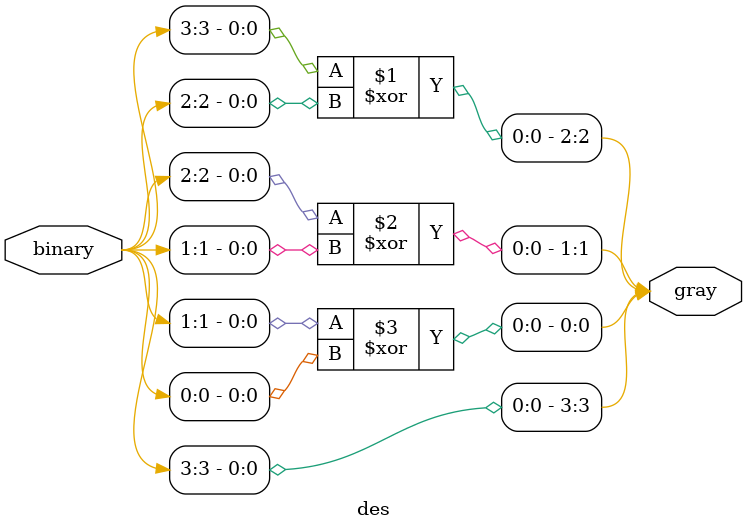
<source format=sv>
module des
  #(
    parameter WIDTH = 4 
  )(
    input  logic [WIDTH-1:0] binary,
    output logic [WIDTH-1:0] gray
  );

  assign gray[WIDTH-1] = binary[WIDTH-1]; // MSB same

  genvar i;
  generate
    for (i = WIDTH-2; i >= 0; i = i - 1) begin
      assign gray[i] = binary[i+1] ^ binary[i];
    end
  endgenerate

endmodule : des

</source>
